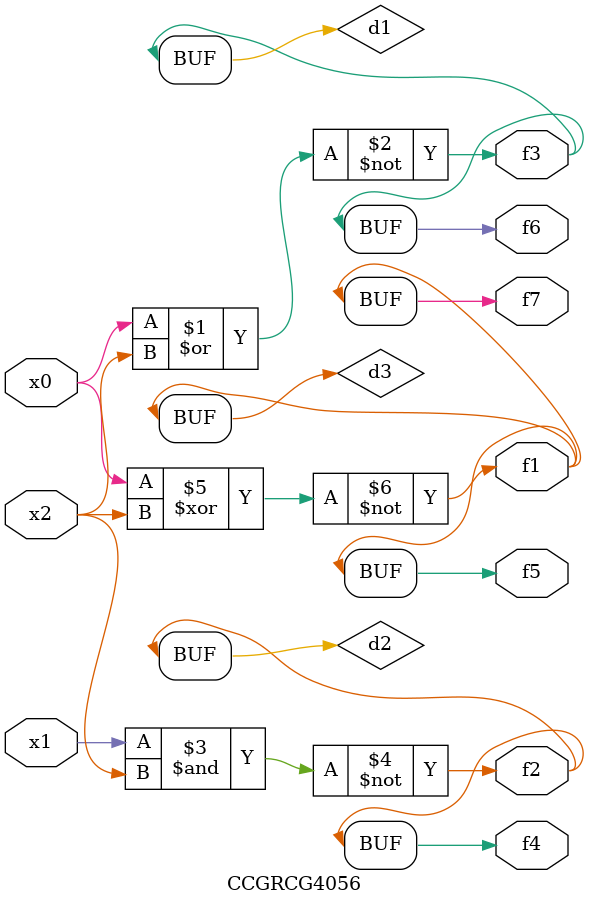
<source format=v>
module CCGRCG4056(
	input x0, x1, x2,
	output f1, f2, f3, f4, f5, f6, f7
);

	wire d1, d2, d3;

	nor (d1, x0, x2);
	nand (d2, x1, x2);
	xnor (d3, x0, x2);
	assign f1 = d3;
	assign f2 = d2;
	assign f3 = d1;
	assign f4 = d2;
	assign f5 = d3;
	assign f6 = d1;
	assign f7 = d3;
endmodule

</source>
